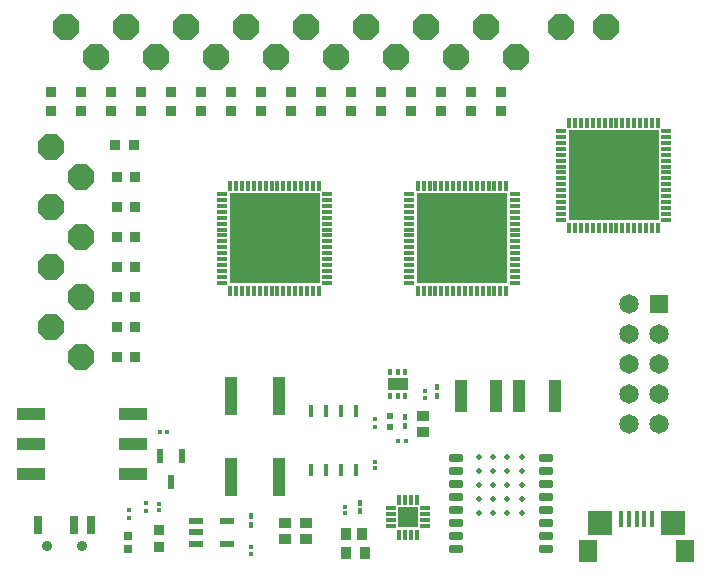
<source format=gbr>
G04 EAGLE Gerber RS-274X export*
G75*
%MOMM*%
%FSLAX34Y34*%
%LPD*%
%INSoldermask Top*%
%IPPOS*%
%AMOC8*
5,1,8,0,0,1.08239X$1,22.5*%
G01*
%ADD10R,0.420000X0.460000*%
%ADD11R,0.620000X0.600000*%
%ADD12R,1.020000X0.870000*%
%ADD13R,0.870000X1.020000*%
%ADD14R,0.330000X0.365000*%
%ADD15R,0.365000X0.330000*%
%ADD16P,2.336880X8X22.500000*%
%ADD17R,0.350000X0.600000*%
%ADD18R,1.700000X1.100000*%
%ADD19R,0.850000X0.300000*%
%ADD20R,0.300000X0.850000*%
%ADD21R,7.700000X7.700000*%
%ADD22R,0.600000X1.200000*%
%ADD23R,1.650000X1.650000*%
%ADD24C,1.650000*%
%ADD25R,0.700000X0.700000*%
%ADD26R,0.950000X0.950000*%
%ADD27R,0.950000X0.900000*%
%ADD28R,0.900000X0.950000*%
%ADD29R,0.440000X0.420000*%
%ADD30R,0.950000X1.000000*%
%ADD31R,0.400000X0.625000*%
%ADD32R,0.350000X0.525000*%
%ADD33R,0.420000X0.440000*%
%ADD34R,1.100000X2.700000*%
%ADD35R,2.440000X1.130000*%
%ADD36R,1.000000X3.200000*%
%ADD37R,0.700000X1.500000*%
%ADD38C,0.900000*%
%ADD39R,0.400000X1.000000*%
%ADD40R,2.100000X2.000000*%
%ADD41R,1.600000X1.900000*%
%ADD42R,0.400000X1.350000*%
%ADD43C,0.345000*%
%ADD44C,0.500000*%
%ADD45R,1.270000X0.558800*%
%ADD46R,0.304800X0.812800*%
%ADD47R,0.812800X0.304800*%
%ADD48R,1.701800X1.701800*%
%ADD49R,1.100000X0.900000*%


D10*
X-255270Y206250D03*
X-255270Y212850D03*
X-297180Y182120D03*
X-297180Y188720D03*
D11*
X-284480Y191290D03*
X-284480Y182090D03*
D12*
X-256540Y190950D03*
X-256540Y177350D03*
D13*
X-321760Y91440D03*
X-308160Y91440D03*
D14*
X-480060Y111480D03*
X-480060Y117120D03*
X-322580Y114580D03*
X-322580Y108940D03*
X-402590Y74650D03*
X-402590Y80290D03*
X-297180Y152680D03*
X-297180Y147040D03*
D15*
X-473430Y177800D03*
X-479070Y177800D03*
D16*
X-177800Y495300D03*
X-203200Y520700D03*
X-431800Y495300D03*
X-457200Y520700D03*
X-482600Y495300D03*
X-508000Y520700D03*
X-533400Y495300D03*
X-558800Y520700D03*
X-571500Y419100D03*
X-546100Y393700D03*
X-571500Y368300D03*
X-546100Y342900D03*
X-228600Y495300D03*
X-571500Y317500D03*
X-546100Y292100D03*
X-571500Y266700D03*
X-546100Y241300D03*
X-254000Y520700D03*
X-279400Y495300D03*
X-304800Y520700D03*
X-330200Y495300D03*
X-355600Y520700D03*
X-381000Y495300D03*
X-406400Y520700D03*
D17*
X-284630Y207940D03*
X-278130Y207940D03*
X-271630Y207940D03*
X-271630Y228940D03*
X-278130Y228940D03*
X-284630Y228940D03*
D18*
X-278130Y218440D03*
D19*
X-426770Y379130D03*
X-426770Y374130D03*
X-426770Y369130D03*
X-426770Y364130D03*
X-426770Y359130D03*
X-426770Y354130D03*
X-426770Y349130D03*
X-426770Y344130D03*
X-426770Y339130D03*
X-426770Y334130D03*
X-426770Y329130D03*
X-426770Y324130D03*
X-426770Y319130D03*
X-426770Y314130D03*
X-426770Y309130D03*
X-426770Y304130D03*
D20*
X-419770Y297130D03*
X-414770Y297130D03*
X-409770Y297130D03*
X-404770Y297130D03*
X-399770Y297130D03*
X-394770Y297130D03*
X-389770Y297130D03*
X-384770Y297130D03*
X-379770Y297130D03*
X-374770Y297130D03*
X-369770Y297130D03*
X-364770Y297130D03*
X-359770Y297130D03*
X-354770Y297130D03*
X-349770Y297130D03*
X-344770Y297130D03*
D19*
X-337770Y304130D03*
X-337770Y309130D03*
X-337770Y314130D03*
X-337770Y319130D03*
X-337770Y324130D03*
X-337770Y329130D03*
X-337770Y334130D03*
X-337770Y339130D03*
X-337770Y344130D03*
X-337770Y349130D03*
X-337770Y354130D03*
X-337770Y359130D03*
X-337770Y364130D03*
X-337770Y369130D03*
X-337770Y374130D03*
X-337770Y379130D03*
D20*
X-344770Y386130D03*
X-349770Y386130D03*
X-354770Y386130D03*
X-359770Y386130D03*
X-364770Y386130D03*
X-369770Y386130D03*
X-374770Y386130D03*
X-379770Y386130D03*
X-384770Y386130D03*
X-389770Y386130D03*
X-394770Y386130D03*
X-399770Y386130D03*
X-404770Y386130D03*
X-409770Y386130D03*
X-414770Y386130D03*
X-419770Y386130D03*
D21*
X-382270Y341630D03*
D19*
X-139750Y432470D03*
X-139750Y427470D03*
X-139750Y422470D03*
X-139750Y417470D03*
X-139750Y412470D03*
X-139750Y407470D03*
X-139750Y402470D03*
X-139750Y397470D03*
X-139750Y392470D03*
X-139750Y387470D03*
X-139750Y382470D03*
X-139750Y377470D03*
X-139750Y372470D03*
X-139750Y367470D03*
X-139750Y362470D03*
X-139750Y357470D03*
D20*
X-132750Y350470D03*
X-127750Y350470D03*
X-122750Y350470D03*
X-117750Y350470D03*
X-112750Y350470D03*
X-107750Y350470D03*
X-102750Y350470D03*
X-97750Y350470D03*
X-92750Y350470D03*
X-87750Y350470D03*
X-82750Y350470D03*
X-77750Y350470D03*
X-72750Y350470D03*
X-67750Y350470D03*
X-62750Y350470D03*
X-57750Y350470D03*
D19*
X-50750Y357470D03*
X-50750Y362470D03*
X-50750Y367470D03*
X-50750Y372470D03*
X-50750Y377470D03*
X-50750Y382470D03*
X-50750Y387470D03*
X-50750Y392470D03*
X-50750Y397470D03*
X-50750Y402470D03*
X-50750Y407470D03*
X-50750Y412470D03*
X-50750Y417470D03*
X-50750Y422470D03*
X-50750Y427470D03*
X-50750Y432470D03*
D20*
X-57750Y439470D03*
X-62750Y439470D03*
X-67750Y439470D03*
X-72750Y439470D03*
X-77750Y439470D03*
X-82750Y439470D03*
X-87750Y439470D03*
X-92750Y439470D03*
X-97750Y439470D03*
X-102750Y439470D03*
X-107750Y439470D03*
X-112750Y439470D03*
X-117750Y439470D03*
X-122750Y439470D03*
X-127750Y439470D03*
X-132750Y439470D03*
D21*
X-95250Y394970D03*
D22*
X-460400Y157050D03*
X-479400Y157050D03*
X-469900Y135050D03*
D19*
X-268020Y379130D03*
X-268020Y374130D03*
X-268020Y369130D03*
X-268020Y364130D03*
X-268020Y359130D03*
X-268020Y354130D03*
X-268020Y349130D03*
X-268020Y344130D03*
X-268020Y339130D03*
X-268020Y334130D03*
X-268020Y329130D03*
X-268020Y324130D03*
X-268020Y319130D03*
X-268020Y314130D03*
X-268020Y309130D03*
X-268020Y304130D03*
D20*
X-261020Y297130D03*
X-256020Y297130D03*
X-251020Y297130D03*
X-246020Y297130D03*
X-241020Y297130D03*
X-236020Y297130D03*
X-231020Y297130D03*
X-226020Y297130D03*
X-221020Y297130D03*
X-216020Y297130D03*
X-211020Y297130D03*
X-206020Y297130D03*
X-201020Y297130D03*
X-196020Y297130D03*
X-191020Y297130D03*
X-186020Y297130D03*
D19*
X-179020Y304130D03*
X-179020Y309130D03*
X-179020Y314130D03*
X-179020Y319130D03*
X-179020Y324130D03*
X-179020Y329130D03*
X-179020Y334130D03*
X-179020Y339130D03*
X-179020Y344130D03*
X-179020Y349130D03*
X-179020Y354130D03*
X-179020Y359130D03*
X-179020Y364130D03*
X-179020Y369130D03*
X-179020Y374130D03*
X-179020Y379130D03*
D20*
X-186020Y386130D03*
X-191020Y386130D03*
X-196020Y386130D03*
X-201020Y386130D03*
X-206020Y386130D03*
X-211020Y386130D03*
X-216020Y386130D03*
X-221020Y386130D03*
X-226020Y386130D03*
X-231020Y386130D03*
X-236020Y386130D03*
X-241020Y386130D03*
X-246020Y386130D03*
X-251020Y386130D03*
X-256020Y386130D03*
X-261020Y386130D03*
D21*
X-223520Y341630D03*
D23*
X-57150Y285750D03*
D24*
X-82550Y285750D03*
X-57150Y260350D03*
X-82550Y260350D03*
X-57150Y234950D03*
X-82550Y234950D03*
X-57150Y209550D03*
X-82550Y209550D03*
X-57150Y184150D03*
X-82550Y184150D03*
D25*
X-506730Y78320D03*
X-506730Y89320D03*
D26*
X-480060Y80130D03*
X-480060Y95130D03*
D27*
X-190500Y465200D03*
X-190500Y449200D03*
X-215900Y465200D03*
X-215900Y449200D03*
X-241300Y465200D03*
X-241300Y449200D03*
X-266700Y465200D03*
X-266700Y449200D03*
X-292100Y465200D03*
X-292100Y449200D03*
X-317500Y465200D03*
X-317500Y449200D03*
X-342900Y465200D03*
X-342900Y449200D03*
X-368300Y465200D03*
X-368300Y449200D03*
X-393700Y465200D03*
X-393700Y449200D03*
X-419100Y465200D03*
X-419100Y449200D03*
X-444500Y465200D03*
X-444500Y449200D03*
X-469900Y465200D03*
X-469900Y449200D03*
X-495300Y465200D03*
X-495300Y449200D03*
X-520700Y465200D03*
X-520700Y449200D03*
X-546100Y465200D03*
X-546100Y449200D03*
X-571500Y465200D03*
X-571500Y449200D03*
D28*
X-516000Y241300D03*
X-500000Y241300D03*
X-517270Y420370D03*
X-501270Y420370D03*
X-516000Y393700D03*
X-500000Y393700D03*
X-516000Y368300D03*
X-500000Y368300D03*
X-516000Y342900D03*
X-500000Y342900D03*
X-516000Y317500D03*
X-500000Y317500D03*
X-516000Y292100D03*
X-500000Y292100D03*
X-516000Y266700D03*
X-500000Y266700D03*
D29*
X-277720Y170180D03*
X-270920Y170180D03*
D30*
X-305690Y74930D03*
X-321690Y74930D03*
D31*
X-245110Y207970D03*
X-245110Y216210D03*
X-271780Y190810D03*
X-271780Y182570D03*
D32*
X-309880Y117920D03*
X-309880Y110680D03*
X-402590Y99250D03*
X-402590Y106490D03*
D33*
X-491490Y110900D03*
X-491490Y117700D03*
X-505460Y104550D03*
X-505460Y111350D03*
D34*
X-194550Y208280D03*
X-224550Y208280D03*
X-175020Y208280D03*
X-145020Y208280D03*
D16*
X-139700Y520700D03*
D35*
X-588134Y193040D03*
X-588134Y167640D03*
X-588134Y142240D03*
X-502034Y142240D03*
X-502034Y167640D03*
X-502034Y193040D03*
D36*
X-418780Y139990D03*
X-378780Y139990D03*
X-378780Y207990D03*
X-418780Y207990D03*
D37*
X-582450Y99060D03*
X-552450Y99060D03*
X-537450Y99060D03*
D38*
X-574950Y81560D03*
X-544950Y81560D03*
D16*
X-101600Y520700D03*
D39*
X-339090Y195180D03*
X-326390Y195180D03*
X-351790Y195180D03*
X-313690Y195180D03*
X-339090Y145180D03*
X-326390Y145180D03*
X-351790Y145180D03*
X-313690Y145180D03*
D40*
X-106692Y100462D03*
X-44692Y100462D03*
D41*
X-116692Y76962D03*
X-34692Y76962D03*
D42*
X-88692Y103712D03*
X-82192Y103712D03*
X-75692Y103712D03*
X-69192Y103712D03*
X-62692Y103712D03*
D43*
X-148075Y77205D02*
X-156525Y77205D01*
X-156525Y80655D01*
X-148075Y80655D01*
X-148075Y77205D01*
X-148075Y80482D02*
X-156525Y80482D01*
X-156525Y91655D02*
X-148075Y91655D01*
X-148075Y88205D01*
X-156525Y88205D01*
X-156525Y91655D01*
X-156525Y91482D02*
X-148075Y91482D01*
X-148075Y102655D02*
X-156525Y102655D01*
X-148075Y102655D02*
X-148075Y99205D01*
X-156525Y99205D01*
X-156525Y102655D01*
X-156525Y102482D02*
X-148075Y102482D01*
X-148075Y113655D02*
X-156525Y113655D01*
X-148075Y113655D02*
X-148075Y110205D01*
X-156525Y110205D01*
X-156525Y113655D01*
X-156525Y113482D02*
X-148075Y113482D01*
X-148075Y124655D02*
X-156525Y124655D01*
X-148075Y124655D02*
X-148075Y121205D01*
X-156525Y121205D01*
X-156525Y124655D01*
X-156525Y124482D02*
X-148075Y124482D01*
X-148075Y135655D02*
X-156525Y135655D01*
X-148075Y135655D02*
X-148075Y132205D01*
X-156525Y132205D01*
X-156525Y135655D01*
X-156525Y135482D02*
X-148075Y135482D01*
X-148075Y146655D02*
X-156525Y146655D01*
X-148075Y146655D02*
X-148075Y143205D01*
X-156525Y143205D01*
X-156525Y146655D01*
X-156525Y146482D02*
X-148075Y146482D01*
X-148075Y157655D02*
X-156525Y157655D01*
X-148075Y157655D02*
X-148075Y154205D01*
X-156525Y154205D01*
X-156525Y157655D01*
X-156525Y157482D02*
X-148075Y157482D01*
X-224475Y157655D02*
X-232925Y157655D01*
X-224475Y157655D02*
X-224475Y154205D01*
X-232925Y154205D01*
X-232925Y157655D01*
X-232925Y157482D02*
X-224475Y157482D01*
X-224475Y146655D02*
X-232925Y146655D01*
X-224475Y146655D02*
X-224475Y143205D01*
X-232925Y143205D01*
X-232925Y146655D01*
X-232925Y146482D02*
X-224475Y146482D01*
X-224475Y135655D02*
X-232925Y135655D01*
X-224475Y135655D02*
X-224475Y132205D01*
X-232925Y132205D01*
X-232925Y135655D01*
X-232925Y135482D02*
X-224475Y135482D01*
X-224475Y124655D02*
X-232925Y124655D01*
X-224475Y124655D02*
X-224475Y121205D01*
X-232925Y121205D01*
X-232925Y124655D01*
X-232925Y124482D02*
X-224475Y124482D01*
X-224475Y113655D02*
X-232925Y113655D01*
X-224475Y113655D02*
X-224475Y110205D01*
X-232925Y110205D01*
X-232925Y113655D01*
X-232925Y113482D02*
X-224475Y113482D01*
X-224475Y102655D02*
X-232925Y102655D01*
X-224475Y102655D02*
X-224475Y99205D01*
X-232925Y99205D01*
X-232925Y102655D01*
X-232925Y102482D02*
X-224475Y102482D01*
X-224475Y91655D02*
X-232925Y91655D01*
X-224475Y91655D02*
X-224475Y88205D01*
X-232925Y88205D01*
X-232925Y91655D01*
X-232925Y91482D02*
X-224475Y91482D01*
X-224475Y80655D02*
X-232925Y80655D01*
X-224475Y80655D02*
X-224475Y77205D01*
X-232925Y77205D01*
X-232925Y80655D01*
X-232925Y80482D02*
X-224475Y80482D01*
D44*
X-173000Y156920D03*
X-185000Y156920D03*
X-197000Y156920D03*
X-209000Y156920D03*
X-173000Y144920D03*
X-185000Y144920D03*
X-197000Y144920D03*
X-209000Y144920D03*
X-173000Y132920D03*
X-185000Y132920D03*
X-197000Y132920D03*
X-209000Y132920D03*
X-173000Y120920D03*
X-185000Y120920D03*
X-197000Y120920D03*
X-209000Y120920D03*
X-173000Y108920D03*
X-185000Y108920D03*
X-197000Y108920D03*
X-209000Y108920D03*
D45*
X-448564Y102108D03*
X-448564Y92710D03*
X-448564Y83312D03*
X-422656Y83312D03*
X-422656Y102108D03*
D46*
X-261620Y120142D03*
X-266700Y120142D03*
X-271780Y120142D03*
X-276860Y120142D03*
D47*
X-283972Y113030D03*
X-283972Y107950D03*
X-283972Y102870D03*
X-283972Y97790D03*
D46*
X-276860Y90678D03*
X-271780Y90678D03*
X-266700Y90678D03*
X-261620Y90678D03*
D47*
X-254508Y97790D03*
X-254508Y102870D03*
X-254508Y107950D03*
X-254508Y113030D03*
D48*
X-269240Y105410D03*
D49*
X-372990Y87480D03*
X-355990Y87480D03*
X-355990Y100480D03*
X-372990Y100480D03*
M02*

</source>
